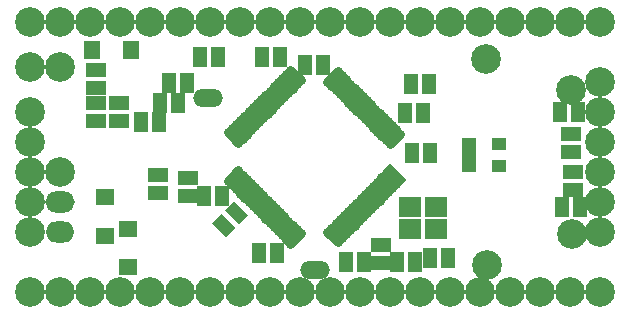
<source format=gbs>
G04 (created by PCBNEW-RS274X (2011-05-25)-stable) date Mon 08 Dec 2014 09:37:15 GMT*
G01*
G70*
G90*
%MOIN*%
G04 Gerber Fmt 3.4, Leading zero omitted, Abs format*
%FSLAX34Y34*%
G04 APERTURE LIST*
%ADD10C,0.006000*%
%ADD11C,0.029800*%
%ADD12R,0.050000X0.040000*%
%ADD13R,0.045000X0.065000*%
%ADD14R,0.065000X0.045000*%
%ADD15C,0.098700*%
%ADD16O,0.094800X0.071200*%
%ADD17O,0.098300X0.071200*%
%ADD18R,0.060200X0.055400*%
%ADD19R,0.075100X0.067200*%
%ADD20R,0.055400X0.060200*%
%ADD21O,0.098700X0.059400*%
G04 APERTURE END LIST*
G54D10*
G36*
X59001Y-35702D02*
X59566Y-36267D01*
X59355Y-36478D01*
X58790Y-35913D01*
X59001Y-35702D01*
X59001Y-35702D01*
G37*
G54D11*
X59216Y-36407D02*
X58862Y-36053D01*
X59076Y-36546D02*
X58722Y-36192D01*
X58937Y-36685D02*
X58583Y-36331D01*
X58798Y-36825D02*
X58444Y-36471D01*
X58659Y-36963D02*
X58305Y-36609D01*
X58520Y-37103D02*
X58166Y-36749D01*
X58380Y-37242D02*
X58026Y-36888D01*
X58241Y-37381D02*
X57887Y-37027D01*
X58102Y-37520D02*
X57748Y-37166D01*
X57963Y-37660D02*
X57609Y-37306D01*
X57824Y-37798D02*
X57470Y-37444D01*
X57685Y-37938D02*
X57331Y-37584D01*
X57545Y-38077D02*
X57191Y-37723D01*
X57406Y-38216D02*
X57052Y-37862D01*
X57267Y-38356D02*
X56913Y-38002D01*
X56041Y-38046D02*
X55687Y-38400D01*
X55902Y-37907D02*
X55548Y-38261D01*
X55763Y-37767D02*
X55409Y-38121D01*
X55623Y-37628D02*
X55269Y-37982D01*
X55484Y-37489D02*
X55130Y-37843D01*
X55346Y-37350D02*
X54992Y-37704D01*
X55206Y-37211D02*
X54852Y-37565D01*
X55067Y-37072D02*
X54713Y-37426D01*
X54928Y-36932D02*
X54574Y-37286D01*
X54788Y-36793D02*
X54434Y-37147D01*
X54649Y-36654D02*
X54295Y-37008D01*
X54510Y-36515D02*
X54156Y-36869D01*
X54371Y-36376D02*
X54017Y-36730D01*
X54232Y-36237D02*
X53878Y-36591D01*
X54093Y-36097D02*
X53739Y-36451D01*
X53953Y-35958D02*
X53599Y-36312D01*
X53953Y-35042D02*
X53599Y-34688D01*
X54093Y-34903D02*
X53739Y-34549D01*
X54232Y-34763D02*
X53878Y-34409D01*
X54371Y-34624D02*
X54017Y-34270D01*
X54510Y-34485D02*
X54156Y-34131D01*
X54649Y-34346D02*
X54295Y-33992D01*
X54788Y-34207D02*
X54434Y-33853D01*
X54928Y-34068D02*
X54574Y-33714D01*
X55067Y-33928D02*
X54713Y-33574D01*
X55206Y-33789D02*
X54852Y-33435D01*
X55346Y-33650D02*
X54992Y-33296D01*
X55484Y-33511D02*
X55130Y-33157D01*
X55623Y-33372D02*
X55269Y-33018D01*
X55763Y-33233D02*
X55409Y-32879D01*
X55902Y-33093D02*
X55548Y-32739D01*
X56041Y-32954D02*
X55687Y-32600D01*
X57267Y-32644D02*
X56913Y-32998D01*
X57406Y-32784D02*
X57052Y-33138D01*
X57685Y-33062D02*
X57331Y-33416D01*
X57550Y-32918D02*
X57196Y-33272D01*
X57824Y-33202D02*
X57470Y-33556D01*
X57963Y-33340D02*
X57609Y-33694D01*
X58102Y-33480D02*
X57748Y-33834D01*
X58241Y-33619D02*
X57887Y-33973D01*
X58380Y-33758D02*
X58026Y-34112D01*
X58520Y-33897D02*
X58166Y-34251D01*
X58657Y-34035D02*
X58303Y-34389D01*
X58796Y-34174D02*
X58442Y-34528D01*
X58935Y-34313D02*
X58581Y-34667D01*
X59075Y-34453D02*
X58721Y-34807D01*
X59213Y-34591D02*
X58859Y-34945D01*
X59353Y-34730D02*
X58999Y-35084D01*
G54D12*
X61646Y-35820D03*
X61646Y-35070D03*
X62646Y-35820D03*
X61646Y-35445D03*
X62646Y-35070D03*
G54D10*
G36*
X53540Y-38180D02*
X53080Y-37720D01*
X53398Y-37402D01*
X53858Y-37862D01*
X53540Y-38180D01*
X53540Y-38180D01*
G37*
G36*
X53964Y-37756D02*
X53504Y-37296D01*
X53822Y-36978D01*
X54282Y-37438D01*
X53964Y-37756D01*
X53964Y-37756D01*
G37*
G54D13*
X60930Y-38878D03*
X60330Y-38878D03*
X51334Y-33720D03*
X51934Y-33720D03*
X52663Y-32165D03*
X53263Y-32165D03*
X51649Y-33051D03*
X52249Y-33051D03*
X50704Y-34350D03*
X51304Y-34350D03*
X60355Y-35370D03*
X59755Y-35370D03*
G54D14*
X51260Y-36117D03*
X51260Y-36717D03*
G54D13*
X59847Y-39016D03*
X59247Y-39016D03*
X60290Y-33091D03*
X59690Y-33091D03*
X54641Y-38724D03*
X55241Y-38724D03*
G54D14*
X52280Y-36204D03*
X52280Y-36804D03*
G54D13*
X54739Y-32185D03*
X55339Y-32185D03*
X60103Y-34035D03*
X59503Y-34035D03*
X56180Y-32441D03*
X56780Y-32441D03*
X53410Y-36815D03*
X52810Y-36815D03*
G54D14*
X58701Y-39040D03*
X58701Y-38440D03*
G54D15*
X66000Y-38000D03*
X66000Y-37000D03*
X66000Y-36000D03*
X66000Y-35000D03*
X66000Y-34000D03*
X66000Y-33000D03*
X47000Y-38000D03*
X47000Y-37000D03*
X47000Y-36000D03*
X47000Y-35000D03*
X47000Y-34000D03*
G54D16*
X48000Y-38000D03*
G54D17*
X48000Y-37000D03*
G54D15*
X48000Y-36000D03*
X48000Y-32500D03*
X47000Y-32500D03*
G54D18*
X49500Y-38146D03*
X49500Y-36854D03*
X50276Y-39189D03*
X50276Y-37897D03*
G54D13*
X58139Y-39016D03*
X57539Y-39016D03*
G54D15*
X47000Y-40000D03*
X48000Y-40000D03*
X49000Y-40000D03*
X50000Y-40000D03*
X51000Y-40000D03*
X52000Y-40000D03*
X53000Y-40000D03*
X54000Y-40000D03*
X55000Y-40000D03*
X56000Y-40000D03*
X57000Y-40000D03*
X58000Y-40000D03*
X59000Y-40000D03*
X60000Y-40000D03*
X61000Y-40000D03*
X62000Y-40000D03*
X63000Y-40000D03*
X64000Y-40000D03*
X65000Y-40000D03*
X66000Y-40000D03*
X47000Y-31000D03*
X48000Y-31000D03*
X49000Y-31000D03*
X50000Y-31000D03*
X51000Y-31000D03*
X52000Y-31000D03*
X53000Y-31000D03*
X54000Y-31000D03*
X55000Y-31000D03*
X56000Y-31000D03*
X57000Y-31000D03*
X58000Y-31000D03*
X59000Y-31000D03*
X60000Y-31000D03*
X61000Y-31000D03*
X62000Y-31000D03*
X63000Y-31000D03*
X64000Y-31000D03*
X65000Y-31000D03*
X66000Y-31000D03*
G54D19*
X59689Y-37921D03*
X60555Y-37173D03*
X59689Y-37173D03*
X60555Y-37921D03*
G54D15*
X65032Y-33269D03*
X62212Y-32243D03*
X65071Y-38070D03*
X62251Y-39096D03*
G54D20*
X49078Y-31929D03*
X50370Y-31929D03*
G54D13*
X64739Y-37185D03*
X65339Y-37185D03*
G54D14*
X65098Y-36599D03*
X65098Y-35999D03*
G54D13*
X65280Y-34016D03*
X64680Y-34016D03*
G54D14*
X65039Y-34759D03*
X65039Y-35359D03*
X49213Y-33716D03*
X49213Y-34316D03*
X49213Y-32613D03*
X49213Y-33213D03*
X49961Y-33716D03*
X49961Y-34316D03*
G54D21*
X56516Y-39291D03*
X52933Y-33543D03*
M02*

</source>
